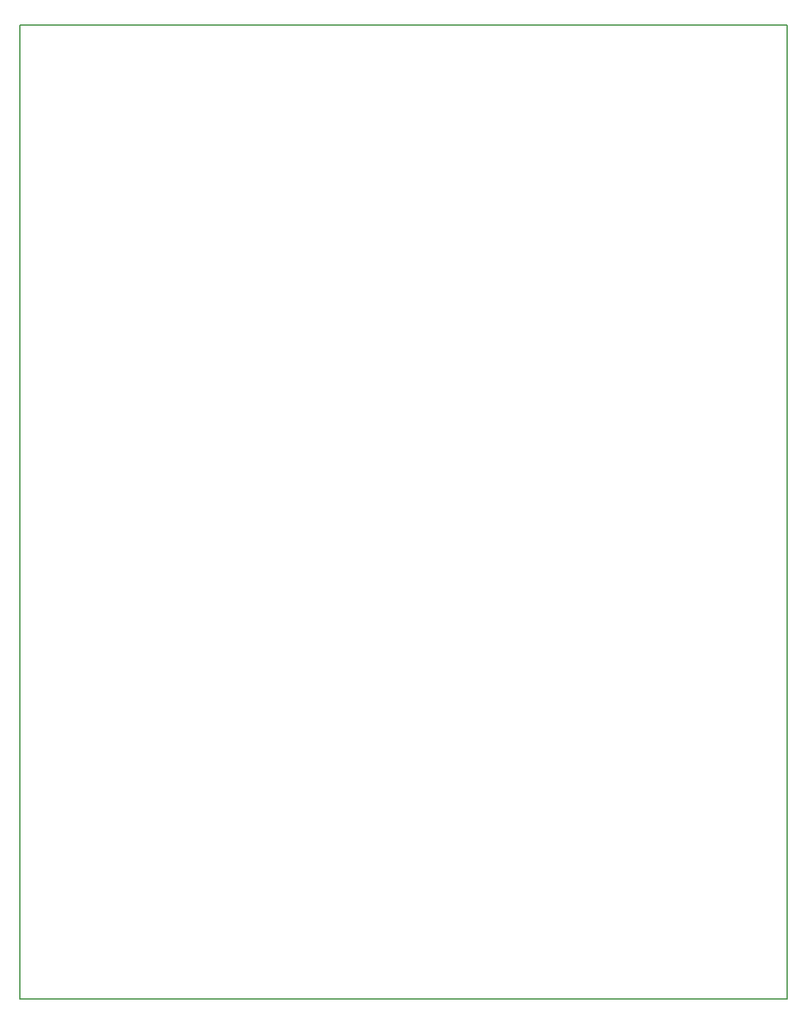
<source format=gko>
G04 DipTrace 3.3.0.0*
G04 orgone_3_PCBPANEL.GKO*
%MOIN*%
G04 #@! TF.FileFunction,Profile*
G04 #@! TF.Part,Single*
%ADD11C,0.005512*%
%FSLAX26Y26*%
G04*
G70*
G90*
G75*
G01*
G04 BoardOutline*
%LPD*%
X4382113Y394016D2*
D11*
Y5452507D1*
X394016D1*
Y394016D1*
X4382113D1*
M02*

</source>
